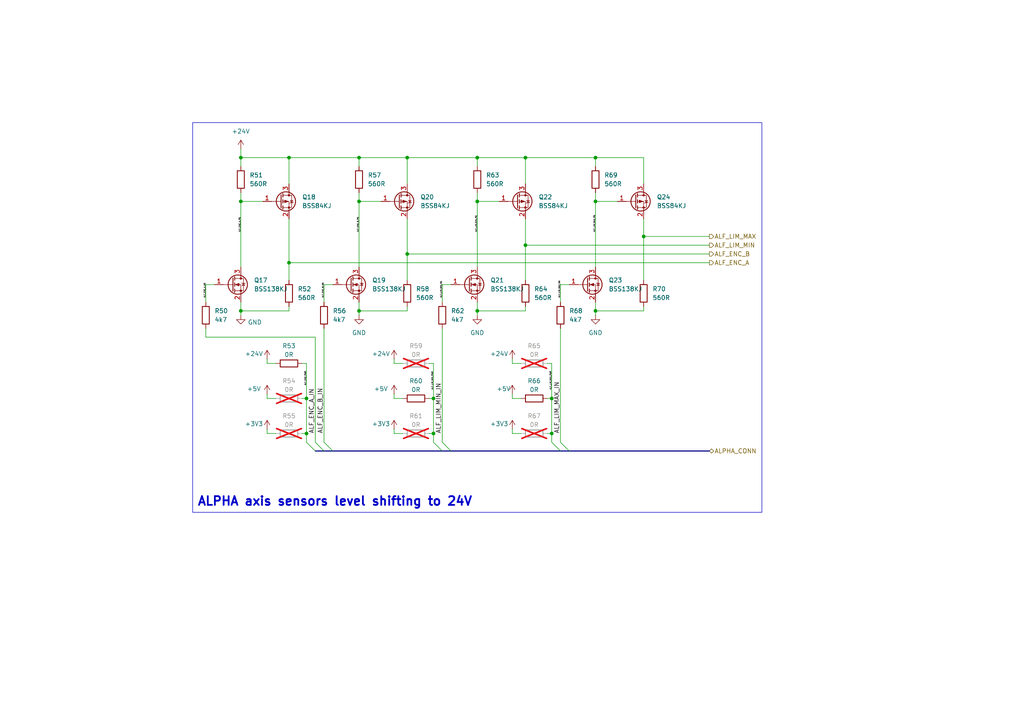
<source format=kicad_sch>
(kicad_sch (version 20231120) (generator "eeschema") (generator_version "8.0")
  (paper "A4")
  (title_block (title "Karcsi (INDACT Robot Arm) - Aux. Control Board 3") (date "2024-05-04") (rev "1.0") (company "LEGO Kör (legokor.hu)") (comment 1 "Designed by Panka Horváth, Gergely Halász, Máté Kovács") (comment 2 "Reviewed by Máté Kovács, "))
  (lib_symbols
    (symbol "Device:R" (pin_numbers hide) (pin_names (offset 0))
      (property "Reference" "R" (at 2.032 0 90))
      (property "Value" "R" (at 0 0 90))
      (symbol "R_0_1"
        (rectangle (start -1.016 -2.54) (end 1.016 2.54) (stroke (width 0.254)))
      )
      (symbol "R_1_1"
        (pin passive line (at 0 3.81 270) (length 1.27) (name "~") (number "1"))
        (pin passive line (at 0 -3.81 90) (length 1.27) (name "~") (number "2"))
      )
    )
    (symbol "Transistor_FET:BSS138" (pin_names hide)
      (property "Reference" "Q" (at 5.08 1.905 0))
      (property "Value" "BSS138" (at 5.08 0 0))
      (symbol "BSS138_0_1"
        (polyline (pts (xy 0.254 0) (xy -2.54 0)))
        (polyline (pts (xy 0.254 1.905) (xy 0.254 -1.905)) (stroke (width 0.254)))
        (polyline (pts (xy 0.762 -1.27) (xy 0.762 -2.286)) (stroke (width 0.254)))
        (polyline (pts (xy 0.762 0.508) (xy 0.762 -0.508)) (stroke (width 0.254)))
        (polyline (pts (xy 0.762 2.286) (xy 0.762 1.27)) (stroke (width 0.254)))
        (polyline (pts (xy 2.54 2.54) (xy 2.54 1.778)))
        (polyline (pts (xy 2.54 -2.54) (xy 2.54 0) (xy 0.762 0)))
        (polyline (pts (xy 0.762 -1.778) (xy 3.302 -1.778) (xy 3.302 1.778) (xy 0.762 1.778)))
        (polyline (pts (xy 1.016 0) (xy 2.032 0.381) (xy 2.032 -0.381) (xy 1.016 0)) (fill (type outline)))
        (polyline (pts (xy 2.794 0.508) (xy 2.921 0.381) (xy 3.683 0.381) (xy 3.81 0.254)))
        (polyline (pts (xy 3.302 0.381) (xy 2.921 -0.254) (xy 3.683 -0.254) (xy 3.302 0.381)))
        (circle (center 1.651 0) (radius 2.794) (stroke (width 0.254)))
        (circle (center 2.54 -1.778) (radius 0.254) (fill (type outline)))
        (circle (center 2.54 1.778) (radius 0.254) (fill (type outline)))
      )
      (symbol "BSS138_1_1"
        (pin input line (at -5.08 0 0) (length 2.54) (name "G") (number "1"))
        (pin passive line (at 2.54 -5.08 90) (length 2.54) (name "S") (number "2"))
        (pin passive line (at 2.54 5.08 270) (length 2.54) (name "D") (number "3"))
      )
    )
    (symbol "Transistor_FET:BSS84" (pin_names hide)
      (property "Reference" "Q" (at 5.08 1.905 0))
      (property "Value" "BSS84" (at 5.08 0 0))
      (symbol "BSS84_0_1"
        (polyline (pts (xy 0.254 0) (xy -2.54 0)))
        (polyline (pts (xy 0.254 1.905) (xy 0.254 -1.905)) (stroke (width 0.254)))
        (polyline (pts (xy 0.762 -1.27) (xy 0.762 -2.286)) (stroke (width 0.254)))
        (polyline (pts (xy 0.762 0.508) (xy 0.762 -0.508)) (stroke (width 0.254)))
        (polyline (pts (xy 0.762 2.286) (xy 0.762 1.27)) (stroke (width 0.254)))
        (polyline (pts (xy 2.54 2.54) (xy 2.54 1.778)))
        (polyline (pts (xy 2.54 -2.54) (xy 2.54 0) (xy 0.762 0)))
        (polyline (pts (xy 0.762 1.778) (xy 3.302 1.778) (xy 3.302 -1.778) (xy 0.762 -1.778)))
        (polyline (pts (xy 2.286 0) (xy 1.27 0.381) (xy 1.27 -0.381) (xy 2.286 0)) (fill (type outline)))
        (polyline (pts (xy 2.794 -0.508) (xy 2.921 -0.381) (xy 3.683 -0.381) (xy 3.81 -0.254)))
        (polyline (pts (xy 3.302 -0.381) (xy 2.921 0.254) (xy 3.683 0.254) (xy 3.302 -0.381)))
        (circle (center 1.651 0) (radius 2.794) (stroke (width 0.254)))
        (circle (center 2.54 -1.778) (radius 0.254) (fill (type outline)))
        (circle (center 2.54 1.778) (radius 0.254) (fill (type outline)))
      )
      (symbol "BSS84_1_1"
        (pin input line (at -5.08 0 0) (length 2.54) (name "G") (number "1"))
        (pin passive line (at 2.54 -5.08 90) (length 2.54) (name "S") (number "2"))
        (pin passive line (at 2.54 5.08 270) (length 2.54) (name "D") (number "3"))
      )
    )
    (symbol "power:+24V" (power) (pin_numbers hide) (pin_names (offset 0) hide)
      (property "Value" "+24V" (at 0 3.556 0))
      (symbol "+24V_0_1"
        (polyline (pts (xy -0.762 1.27) (xy 0 2.54)))
        (polyline (pts (xy 0 0) (xy 0 2.54)))
        (polyline (pts (xy 0 2.54) (xy 0.762 1.27)))
      )
      (symbol "+24V_1_1"
        (pin power_in line (at 0 0 90) (length 0) (name "~") (number "1"))
      )
    )
    (symbol "power:+3V3" (power) (pin_numbers hide) (pin_names (offset 0) hide)
      (property "Value" "+3V3" (at 0 3.556 0))
      (symbol "+3V3_0_1"
        (polyline (pts (xy -0.762 1.27) (xy 0 2.54)))
        (polyline (pts (xy 0 0) (xy 0 2.54)))
        (polyline (pts (xy 0 2.54) (xy 0.762 1.27)))
      )
      (symbol "+3V3_1_1"
        (pin power_in line (at 0 0 90) (length 0) (name "~") (number "1"))
      )
    )
    (symbol "power:+5V" (power) (pin_numbers hide) (pin_names (offset 0) hide)
      (property "Value" "+5V" (at 0 3.556 0))
      (symbol "+5V_0_1"
        (polyline (pts (xy -0.762 1.27) (xy 0 2.54)))
        (polyline (pts (xy 0 0) (xy 0 2.54)))
        (polyline (pts (xy 0 2.54) (xy 0.762 1.27)))
      )
      (symbol "+5V_1_1"
        (pin power_in line (at 0 0 90) (length 0) (name "~") (number "1"))
      )
    )
    (symbol "power:GND" (power) (pin_numbers hide) (pin_names (offset 0) hide)
      (property "Value" "GND" (at 0 -3.81 0))
      (symbol "GND_0_1"
        (polyline (pts (xy 0 0) (xy 0 -1.27) (xy 1.27 -1.27) (xy 0 -2.54) (xy -1.27 -1.27) (xy 0 -1.27)))
      )
      (symbol "GND_1_1"
        (pin power_in line (at 0 0 270) (length 0) (name "~") (number "1"))
      )
    )
  )
  (junction (at 104.14 58.42))
  (junction (at 125.73 115.57))
  (junction (at 152.4 71.12))
  (junction (at 88.9 115.57))
  (junction (at 160.02 125.73))
  (junction (at 118.11 73.66))
  (junction (at 104.14 45.72))
  (junction (at 172.72 45.72))
  (junction (at 69.85 45.72))
  (junction (at 138.43 58.42))
  (junction (at 88.9 125.73))
  (junction (at 69.85 58.42))
  (junction (at 104.14 90.17))
  (junction (at 83.82 76.2))
  (junction (at 138.43 90.17))
  (junction (at 152.4 45.72))
  (junction (at 69.85 90.17))
  (junction (at 172.72 90.17))
  (junction (at 138.43 45.72))
  (junction (at 83.82 45.72))
  (junction (at 160.02 115.57))
  (junction (at 125.73 125.73))
  (junction (at 172.72 58.42))
  (junction (at 186.69 68.58))
  (junction (at 118.11 45.72))
  (bus_entry (at 128.27 128.27) (size 2.54 2.54))
  (bus_entry (at 88.9 128.27) (size 2.54 2.54))
  (bus_entry (at 160.02 128.27) (size 2.54 2.54))
  (bus_entry (at 162.56 128.27) (size 2.54 2.54))
  (bus_entry (at 125.73 128.27) (size 2.54 2.54))
  (bus_entry (at 93.98 128.27) (size 2.54 2.54))
  (bus_entry (at 91.44 128.27) (size 2.54 2.54))
  (wire (pts (xy 77.47 105.41) (xy 77.47 104.14)))
  (wire (pts (xy 152.4 71.12) (xy 205.74 71.12)))
  (wire (pts (xy 83.82 76.2) (xy 205.74 76.2)))
  (wire (pts (xy 162.56 82.55) (xy 165.1 82.55)))
  (wire (pts (xy 118.11 63.5) (xy 118.11 73.66)))
  (wire (pts (xy 138.43 58.42) (xy 138.43 77.47)))
  (wire (pts (xy 152.4 45.72) (xy 152.4 53.34)))
  (wire (pts (xy 69.85 45.72) (xy 83.82 45.72)))
  (wire (pts (xy 118.11 73.66) (xy 205.74 73.66)))
  (wire (pts (xy 88.9 128.27) (xy 88.9 125.73)))
  (wire (pts (xy 59.69 82.55) (xy 62.23 82.55)))
  (wire (pts (xy 186.69 68.58) (xy 205.74 68.58)))
  (wire (pts (xy 69.85 87.63) (xy 69.85 90.17)))
  (wire (pts (xy 138.43 90.17) (xy 138.43 91.44)))
  (wire (pts (xy 104.14 55.88) (xy 104.14 58.42)))
  (wire (pts (xy 172.72 90.17) (xy 172.72 91.44)))
  (wire (pts (xy 128.27 95.25) (xy 128.27 128.27)))
  (wire (pts (xy 148.59 105.41) (xy 148.59 104.14)))
  (wire (pts (xy 93.98 95.25) (xy 93.98 128.27)))
  (wire (pts (xy 91.44 128.27) (xy 91.44 97.79)))
  (wire (pts (xy 152.4 45.72) (xy 172.72 45.72)))
  (wire (pts (xy 69.85 58.42) (xy 76.2 58.42)))
  (bus (pts (xy 91.44 130.81) (xy 93.98 130.81)))
  (wire (pts (xy 83.82 90.17) (xy 69.85 90.17)))
  (wire (pts (xy 118.11 73.66) (xy 118.11 81.28)))
  (wire (pts (xy 186.69 63.5) (xy 186.69 68.58)))
  (bus (pts (xy 128.27 130.81) (xy 130.81 130.81)))
  (bus (pts (xy 130.81 130.81) (xy 162.56 130.81)))
  (wire (pts (xy 69.85 43.18) (xy 69.85 45.72)))
  (wire (pts (xy 69.85 58.42) (xy 69.85 77.47)))
  (wire (pts (xy 116.84 125.73) (xy 114.3 125.73)))
  (bus (pts (xy 165.1 130.81) (xy 205.74 130.81)))
  (wire (pts (xy 83.82 76.2) (xy 83.82 81.28)))
  (wire (pts (xy 186.69 90.17) (xy 172.72 90.17)))
  (wire (pts (xy 138.43 45.72) (xy 138.43 48.26)))
  (wire (pts (xy 138.43 45.72) (xy 152.4 45.72)))
  (wire (pts (xy 83.82 45.72) (xy 83.82 53.34)))
  (wire (pts (xy 83.82 45.72) (xy 104.14 45.72)))
  (bus (pts (xy 96.52 130.81) (xy 128.27 130.81)))
  (wire (pts (xy 172.72 58.42) (xy 172.72 77.47)))
  (wire (pts (xy 116.84 105.41) (xy 114.3 105.41)))
  (wire (pts (xy 162.56 87.63) (xy 162.56 82.55)))
  (wire (pts (xy 148.59 125.73) (xy 148.59 124.46)))
  (wire (pts (xy 138.43 55.88) (xy 138.43 58.42)))
  (wire (pts (xy 118.11 90.17) (xy 104.14 90.17)))
  (wire (pts (xy 88.9 115.57) (xy 88.9 105.41)))
  (wire (pts (xy 160.02 115.57) (xy 158.75 115.57)))
  (wire (pts (xy 172.72 58.42) (xy 179.07 58.42)))
  (bus (pts (xy 93.98 130.81) (xy 96.52 130.81)))
  (wire (pts (xy 114.3 115.57) (xy 114.3 114.3)))
  (wire (pts (xy 83.82 63.5) (xy 83.82 76.2)))
  (wire (pts (xy 69.85 55.88) (xy 69.85 58.42)))
  (wire (pts (xy 151.13 115.57) (xy 148.59 115.57)))
  (wire (pts (xy 148.59 115.57) (xy 148.59 114.3)))
  (wire (pts (xy 69.85 90.17) (xy 69.85 91.44)))
  (wire (pts (xy 104.14 58.42) (xy 104.14 77.47)))
  (wire (pts (xy 91.44 97.79) (xy 59.69 97.79)))
  (wire (pts (xy 118.11 88.9) (xy 118.11 90.17)))
  (wire (pts (xy 186.69 88.9) (xy 186.69 90.17)))
  (wire (pts (xy 93.98 82.55) (xy 96.52 82.55)))
  (wire (pts (xy 77.47 125.73) (xy 77.47 124.46)))
  (wire (pts (xy 88.9 125.73) (xy 87.63 125.73)))
  (wire (pts (xy 151.13 125.73) (xy 148.59 125.73)))
  (wire (pts (xy 104.14 90.17) (xy 104.14 91.44)))
  (wire (pts (xy 151.13 105.41) (xy 148.59 105.41)))
  (wire (pts (xy 125.73 115.57) (xy 125.73 105.41)))
  (wire (pts (xy 186.69 45.72) (xy 186.69 53.34)))
  (wire (pts (xy 152.4 71.12) (xy 152.4 81.28)))
  (wire (pts (xy 162.56 95.25) (xy 162.56 128.27)))
  (wire (pts (xy 114.3 105.41) (xy 114.3 104.14)))
  (wire (pts (xy 80.01 105.41) (xy 77.47 105.41)))
  (wire (pts (xy 88.9 125.73) (xy 88.9 115.57)))
  (wire (pts (xy 152.4 88.9) (xy 152.4 90.17)))
  (wire (pts (xy 160.02 128.27) (xy 160.02 125.73)))
  (wire (pts (xy 118.11 45.72) (xy 118.11 53.34)))
  (wire (pts (xy 125.73 125.73) (xy 125.73 115.57)))
  (wire (pts (xy 114.3 125.73) (xy 114.3 124.46)))
  (wire (pts (xy 172.72 87.63) (xy 172.72 90.17)))
  (wire (pts (xy 125.73 128.27) (xy 125.73 125.73)))
  (wire (pts (xy 172.72 55.88) (xy 172.72 58.42)))
  (wire (pts (xy 80.01 125.73) (xy 77.47 125.73)))
  (wire (pts (xy 160.02 125.73) (xy 160.02 115.57)))
  (wire (pts (xy 160.02 105.41) (xy 158.75 105.41)))
  (wire (pts (xy 88.9 115.57) (xy 87.63 115.57)))
  (wire (pts (xy 186.69 68.58) (xy 186.69 81.28)))
  (wire (pts (xy 88.9 105.41) (xy 87.63 105.41)))
  (wire (pts (xy 128.27 82.55) (xy 130.81 82.55)))
  (wire (pts (xy 80.01 115.57) (xy 77.47 115.57)))
  (wire (pts (xy 172.72 45.72) (xy 172.72 48.26)))
  (wire (pts (xy 125.73 115.57) (xy 124.46 115.57)))
  (wire (pts (xy 118.11 45.72) (xy 138.43 45.72)))
  (wire (pts (xy 116.84 115.57) (xy 114.3 115.57)))
  (wire (pts (xy 93.98 87.63) (xy 93.98 82.55)))
  (bus (pts (xy 162.56 130.81) (xy 165.1 130.81)))
  (wire (pts (xy 59.69 95.25) (xy 59.69 97.79)))
  (wire (pts (xy 152.4 90.17) (xy 138.43 90.17)))
  (wire (pts (xy 77.47 115.57) (xy 77.47 114.3)))
  (wire (pts (xy 83.82 88.9) (xy 83.82 90.17)))
  (wire (pts (xy 128.27 87.63) (xy 128.27 82.55)))
  (wire (pts (xy 69.85 45.72) (xy 69.85 48.26)))
  (wire (pts (xy 59.69 87.63) (xy 59.69 82.55)))
  (wire (pts (xy 160.02 125.73) (xy 158.75 125.73)))
  (wire (pts (xy 104.14 58.42) (xy 110.49 58.42)))
  (wire (pts (xy 160.02 115.57) (xy 160.02 105.41)))
  (wire (pts (xy 152.4 63.5) (xy 152.4 71.12)))
  (wire (pts (xy 104.14 87.63) (xy 104.14 90.17)))
  (wire (pts (xy 125.73 105.41) (xy 124.46 105.41)))
  (wire (pts (xy 172.72 45.72) (xy 186.69 45.72)))
  (wire (pts (xy 138.43 87.63) (xy 138.43 90.17)))
  (wire (pts (xy 138.43 58.42) (xy 144.78 58.42)))
  (wire (pts (xy 104.14 45.72) (xy 118.11 45.72)))
  (wire (pts (xy 125.73 125.73) (xy 124.46 125.73)))
  (wire (pts (xy 104.14 45.72) (xy 104.14 48.26)))
  (rectangle (start 55.88 35.56) (end 220.98 148.59))
  (text "ALPHA axis sensors level shifting to 24V" (at 57.15 145.542 0) (effects (font (size 2.54 2.54) (bold yes)) (justify left)))
  (label "ALF_LIM_MAX_IN" (at 162.56 125.73 90))
  (label "ALF_ENC_B_IN" (at 93.98 125.73 90))
  (label "ALF_LIM_MAX_PWR" (at 160.02 113.03 90) (effects (font (size 0.4 0.4))))
  (label "ALF_ENC_A_PG" (at 69.85 67.31 90) (effects (font (size 0.4 0.4))))
  (label "ALF_LIM_MIN_PWR" (at 125.73 113.03 90) (effects (font (size 0.4 0.4))))
  (label "ALF_ENC_PWR" (at 88.9 111.76 90) (effects (font (size 0.4 0.4))))
  (label "ALF_LIM_MIN_IN" (at 128.27 125.73 90))
  (label "ALF_ENC_A_NG" (at 59.69 86.36 90) (effects (font (size 0.4 0.4))))
  (label "ALF_ENC_B_PG" (at 104.14 67.31 90) (effects (font (size 0.4 0.4))))
  (label "ALF_LIM_MAX_PG" (at 172.72 67.31 90) (effects (font (size 0.4 0.4))))
  (label "ALF_LIM_MIN_PG" (at 138.43 67.31 90) (effects (font (size 0.4 0.4))))
  (label "ALF_ENC_A_IN" (at 91.44 125.73 90))
  (label "ALF_LIM_MIN_NG" (at 128.27 86.36 90) (effects (font (size 0.4 0.4))))
  (label "ALF_LIM_MAX_NG" (at 162.56 86.36 90) (effects (font (size 0.4 0.4))))
  (label "ALF_ENC_B_NG" (at 93.98 86.36 90) (effects (font (size 0.4 0.4))))
  (hierarchical_label "ALF_LIM_MIN" (shape output) (at 205.74 71.12 0))
  (hierarchical_label "ALF_LIM_MAX" (shape output) (at 205.74 68.58 0))
  (hierarchical_label "ALF_ENC_A" (shape output) (at 205.74 76.2 0))
  (hierarchical_label "ALPHA_CONN" (shape bidirectional) (at 205.74 130.81 0))
  (hierarchical_label "ALF_ENC_B" (shape output) (at 205.74 73.66 0))
  (symbol (lib_id "Device:R") (at 162.56 91.44 0) (unit 1)
    (property "Reference" "R68" (at 165.1 90.1699 0) (effects (justify left)))
    (property "Value" "4k7" (at 165.1 92.7099 0) (effects (justify left)))
    (property "Footprint" "Resistor_SMD:R_0805_2012Metric_Pad1.20x1.40mm_HandSolder" (effects (hide yes)))
    (property "Description" "Resistor" (effects (hide yes)))
    (property "Supplier" "Lomex" (effects (hide yes)))
    (property "Supplier item no" "81-10-95" (effects (hide yes)))
    (property "Sourced" "1" (effects (hide yes)))
  )
  (symbol (lib_id "power:+24V") (at 148.59 104.14 0) (unit 1)
    (property "Reference" "#PWR059" (effects (hide yes)))
    (property "Value" "+24V" (at 144.78 102.616 0))
    (property "Description" "Power symbol creates a global label with name \"+24V\"" (effects (hide yes)))
  )
  (symbol (lib_id "power:+5V") (at 77.47 114.3 0) (unit 1)
    (property "Reference" "#PWR050" (effects (hide yes)))
    (property "Value" "+5V" (at 73.66 112.776 0))
    (property "Description" "Power symbol creates a global label with name \"+5V\"" (effects (hide yes)))
  )
  (symbol (lib_id "Device:R") (at 172.72 52.07 0) (unit 1)
    (property "Reference" "R69" (at 175.26 50.7999 0) (effects (justify left)))
    (property "Value" "560R" (at 175.26 53.3399 0) (effects (justify left)))
    (property "Footprint" "Resistor_SMD:R_0805_2012Metric_Pad1.20x1.40mm_HandSolder" (effects (hide yes)))
    (property "Description" "Resistor" (effects (hide yes)))
    (property "Supplier" "Lomex" (effects (hide yes)))
    (property "Supplier item no" "81-10-84" (effects (hide yes)))
    (property "Sourced" "1" (effects (hide yes)))
  )
  (symbol (lib_id "Device:R") (at 138.43 52.07 0) (unit 1)
    (property "Reference" "R63" (at 140.97 50.7999 0) (effects (justify left)))
    (property "Value" "560R" (at 140.97 53.3399 0) (effects (justify left)))
    (property "Footprint" "Resistor_SMD:R_0805_2012Metric_Pad1.20x1.40mm_HandSolder" (effects (hide yes)))
    (property "Description" "Resistor" (effects (hide yes)))
    (property "Supplier" "Lomex" (effects (hide yes)))
    (property "Supplier item no" "81-10-84" (effects (hide yes)))
    (property "Sourced" "1" (effects (hide yes)))
  )
  (symbol (lib_id "power:+5V") (at 114.3 114.3 0) (unit 1)
    (property "Reference" "#PWR055" (effects (hide yes)))
    (property "Value" "+5V" (at 110.49 112.776 0))
    (property "Description" "Power symbol creates a global label with name \"+5V\"" (effects (hide yes)))
  )
  (symbol (lib_id "power:+3V3") (at 148.59 124.46 0) (unit 1)
    (property "Reference" "#PWR061" (effects (hide yes)))
    (property "Value" "+3V3" (at 144.78 122.936 0))
    (property "Description" "Power symbol creates a global label with name \"+3V3\"" (effects (hide yes)))
  )
  (symbol (lib_id "Device:R") (at 104.14 52.07 0) (unit 1)
    (property "Reference" "R57" (at 106.68 50.7999 0) (effects (justify left)))
    (property "Value" "560R" (at 106.68 53.3399 0) (effects (justify left)))
    (property "Footprint" "Resistor_SMD:R_0805_2012Metric_Pad1.20x1.40mm_HandSolder" (effects (hide yes)))
    (property "Description" "Resistor" (effects (hide yes)))
    (property "Supplier" "Lomex" (effects (hide yes)))
    (property "Supplier item no" "81-10-84" (effects (hide yes)))
    (property "Sourced" "1" (effects (hide yes)))
  )
  (symbol (lib_id "power:GND") (at 69.85 91.44 0) (unit 1)
    (property "Reference" "#PWR048" (effects (hide yes)))
    (property "Value" "GND" (at 73.914 93.472 0))
    (property "Description" "Power symbol creates a global label with name \"GND\" , ground" (effects (hide yes)))
  )
  (symbol (lib_id "power:+3V3") (at 77.47 124.46 0) (unit 1)
    (property "Reference" "#PWR051" (effects (hide yes)))
    (property "Value" "+3V3" (at 73.66 122.936 0))
    (property "Description" "Power symbol creates a global label with name \"+3V3\"" (effects (hide yes)))
  )
  (symbol (lib_id "Transistor_FET:BSS138") (at 67.31 82.55 0) (unit 1)
    (property "Reference" "Q17" (at 73.66 81.2799 0) (effects (justify left)))
    (property "Value" "BSS138KJ" (at 73.66 83.8199 0) (effects (justify left)))
    (property "Footprint" "Package_TO_SOT_SMD:SOT-23" (effects (hide yes)))
    (property "Datasheet" "https://lomex.hu/pdf/yet/(yet)_bss138kj.pdf" (effects (hide yes)))
    (property "Description" "50V Vds, 0.22A Id, N-Channel MOSFET, SOT-23" (effects (hide yes)))
    (property "Supplier" "Lomex" (effects (hide yes)))
    (property "Supplier URL" "https://lomex.hu/hu/webshop/#page,0/search,86-07-11/stype,1" (effects (hide yes)))
    (property "Supplier item no" "86-07-11" (effects (hide yes)))
    (property "Sourced" "1" (effects (hide yes)))
  )
  (symbol (lib_id "Device:R") (at 59.69 91.44 0) (unit 1)
    (property "Reference" "R50" (at 62.23 90.1699 0) (effects (justify left)))
    (property "Value" "4k7" (at 62.23 92.7099 0) (effects (justify left)))
    (property "Footprint" "Resistor_SMD:R_0805_2012Metric_Pad1.20x1.40mm_HandSolder" (effects (hide yes)))
    (property "Description" "Resistor" (effects (hide yes)))
    (property "Supplier" "Lomex" (effects (hide yes)))
    (property "Supplier item no" "81-10-95" (effects (hide yes)))
    (property "Sourced" "1" (effects (hide yes)))
  )
  (symbol (lib_id "Transistor_FET:BSS138") (at 170.18 82.55 0) (unit 1)
    (property "Reference" "Q23" (at 176.53 81.2799 0) (effects (justify left)))
    (property "Value" "BSS138KJ" (at 176.53 83.8199 0) (effects (justify left)))
    (property "Footprint" "Package_TO_SOT_SMD:SOT-23" (effects (hide yes)))
    (property "Datasheet" "https://lomex.hu/pdf/yet/(yet)_bss138kj.pdf" (effects (hide yes)))
    (property "Description" "50V Vds, 0.22A Id, N-Channel MOSFET, SOT-23" (effects (hide yes)))
    (property "Supplier" "Lomex" (effects (hide yes)))
    (property "Supplier URL" "https://lomex.hu/hu/webshop/#page,0/search,86-07-11/stype,1" (effects (hide yes)))
    (property "Supplier item no" "86-07-11" (effects (hide yes)))
    (property "Sourced" "1" (effects (hide yes)))
  )
  (symbol (lib_id "Device:R") (at 120.65 125.73 90) (unit 1) (dnp yes)
    (property "Reference" "R61" (at 120.65 120.65 90))
    (property "Value" "0R" (at 120.65 123.19 90))
    (property "Footprint" "Resistor_SMD:R_0805_2012Metric_Pad1.20x1.40mm_HandSolder" (effects (hide yes)))
    (property "Description" "Resistor" (effects (hide yes)))
    (property "Supplier" "LCSC" (effects (hide yes)))
    (property "Supplier URL" "https://www.lcsc.com/product-detail/Chip-Resistor-Surface-Mount_Viking-Tech-CR-05FL7-0R_C304192.html" (effects (hide yes)))
    (property "Supplier item no" "C304192" (effects (hide yes)))
    (property "Sourced" "0" (effects (hide yes)))
  )
  (symbol (lib_id "power:+24V") (at 114.3 104.14 0) (unit 1)
    (property "Reference" "#PWR054" (effects (hide yes)))
    (property "Value" "+24V" (at 110.49 102.616 0))
    (property "Description" "Power symbol creates a global label with name \"+24V\"" (effects (hide yes)))
  )
  (symbol (lib_id "Device:R") (at 83.82 125.73 90) (unit 1) (dnp yes)
    (property "Reference" "R55" (at 83.82 120.65 90))
    (property "Value" "0R" (at 83.82 123.19 90))
    (property "Footprint" "Resistor_SMD:R_0805_2012Metric_Pad1.20x1.40mm_HandSolder" (effects (hide yes)))
    (property "Description" "Resistor" (effects (hide yes)))
    (property "Supplier" "LCSC" (effects (hide yes)))
    (property "Supplier URL" "https://www.lcsc.com/product-detail/Chip-Resistor-Surface-Mount_Viking-Tech-CR-05FL7-0R_C304192.html" (effects (hide yes)))
    (property "Supplier item no" "C304192" (effects (hide yes)))
    (property "Sourced" "0" (effects (hide yes)))
  )
  (symbol (lib_id "Device:R") (at 118.11 85.09 0) (unit 1)
    (property "Reference" "R58" (at 120.65 83.8199 0) (effects (justify left)))
    (property "Value" "560R" (at 120.65 86.3599 0) (effects (justify left)))
    (property "Footprint" "Resistor_SMD:R_0805_2012Metric_Pad1.20x1.40mm_HandSolder" (effects (hide yes)))
    (property "Description" "Resistor" (effects (hide yes)))
    (property "Supplier" "Lomex" (effects (hide yes)))
    (property "Supplier item no" "81-10-84" (effects (hide yes)))
    (property "Sourced" "1" (effects (hide yes)))
  )
  (symbol (lib_id "Device:R") (at 186.69 85.09 0) (unit 1)
    (property "Reference" "R70" (at 189.23 83.8199 0) (effects (justify left)))
    (property "Value" "560R" (at 189.23 86.3599 0) (effects (justify left)))
    (property "Footprint" "Resistor_SMD:R_0805_2012Metric_Pad1.20x1.40mm_HandSolder" (effects (hide yes)))
    (property "Description" "Resistor" (effects (hide yes)))
    (property "Supplier" "Lomex" (effects (hide yes)))
    (property "Supplier item no" "81-10-84" (effects (hide yes)))
    (property "Sourced" "1" (effects (hide yes)))
  )
  (symbol (lib_id "Device:R") (at 120.65 105.41 90) (unit 1) (dnp yes)
    (property "Reference" "R59" (at 120.65 100.33 90))
    (property "Value" "0R" (at 120.65 102.87 90))
    (property "Footprint" "Resistor_SMD:R_0805_2012Metric_Pad1.20x1.40mm_HandSolder" (effects (hide yes)))
    (property "Description" "Resistor" (effects (hide yes)))
    (property "Supplier" "LCSC" (effects (hide yes)))
    (property "Supplier URL" "https://www.lcsc.com/product-detail/Chip-Resistor-Surface-Mount_Viking-Tech-CR-05FL7-0R_C304192.html" (effects (hide yes)))
    (property "Supplier item no" "C304192" (effects (hide yes)))
    (property "Sourced" "0" (effects (hide yes)))
  )
  (symbol (lib_id "power:+3V3") (at 114.3 124.46 0) (unit 1)
    (property "Reference" "#PWR056" (effects (hide yes)))
    (property "Value" "+3V3" (at 110.49 122.936 0))
    (property "Description" "Power symbol creates a global label with name \"+3V3\"" (effects (hide yes)))
  )
  (symbol (lib_id "Device:R") (at 83.82 105.41 90) (unit 1)
    (property "Reference" "R53" (at 83.82 100.33 90))
    (property "Value" "0R" (at 83.82 102.87 90))
    (property "Footprint" "Resistor_SMD:R_0805_2012Metric_Pad1.20x1.40mm_HandSolder" (effects (hide yes)))
    (property "Description" "Resistor" (effects (hide yes)))
    (property "Supplier" "LCSC" (effects (hide yes)))
    (property "Supplier URL" "https://www.lcsc.com/product-detail/Chip-Resistor-Surface-Mount_Viking-Tech-CR-05FL7-0R_C304192.html" (effects (hide yes)))
    (property "Supplier item no" "C304192" (effects (hide yes)))
    (property "Sourced" "0" (effects (hide yes)))
  )
  (symbol (lib_id "power:+24V") (at 69.85 43.18 0) (unit 1)
    (property "Reference" "#PWR047" (effects (hide yes)))
    (property "Value" "+24V" (at 69.85 38.1 0))
    (property "Description" "Power symbol creates a global label with name \"+24V\"" (effects (hide yes)))
  )
  (symbol (lib_id "Transistor_FET:BSS84") (at 149.86 58.42 0) (unit 1)
    (property "Reference" "Q22" (at 156.21 57.1499 0) (effects (justify left)))
    (property "Value" "BSS84KJ" (at 156.21 59.6899 0) (effects (justify left)))
    (property "Footprint" "Package_TO_SOT_SMD:SOT-23" (effects (hide yes)))
    (property "Datasheet" "https://lomex.hu/pdf/yet/(yet)_bss84kj.pdf" (effects (hide yes)))
    (property "Description" "-0.13A Id, -50V Vds, P-Channel MOSFET, SOT-23" (effects (hide yes)))
    (property "Sourced" "0" (effects (hide yes)))
    (property "Supplier" "Lomex" (effects (hide yes)))
    (property "Supplier URL" "https://lomex.hu/hu/webshop/#page,0/search,86-07-17/stype,1" (effects (hide yes)))
    (property "Supplier item no" "86-07-17" (effects (hide yes)))
  )
  (symbol (lib_id "Device:R") (at 154.94 115.57 90) (unit 1)
    (property "Reference" "R66" (at 154.94 110.49 90))
    (property "Value" "0R" (at 154.94 113.03 90))
    (property "Footprint" "Resistor_SMD:R_0805_2012Metric_Pad1.20x1.40mm_HandSolder" (effects (hide yes)))
    (property "Description" "Resistor" (effects (hide yes)))
    (property "Supplier" "LCSC" (effects (hide yes)))
    (property "Supplier URL" "https://www.lcsc.com/product-detail/Chip-Resistor-Surface-Mount_Viking-Tech-CR-05FL7-0R_C304192.html" (effects (hide yes)))
    (property "Supplier item no" "C304192" (effects (hide yes)))
    (property "Sourced" "0" (effects (hide yes)))
  )
  (symbol (lib_id "Transistor_FET:BSS138") (at 101.6 82.55 0) (unit 1)
    (property "Reference" "Q19" (at 107.95 81.2799 0) (effects (justify left)))
    (property "Value" "BSS138KJ" (at 107.95 83.8199 0) (effects (justify left)))
    (property "Footprint" "Package_TO_SOT_SMD:SOT-23" (effects (hide yes)))
    (property "Datasheet" "https://lomex.hu/pdf/yet/(yet)_bss138kj.pdf" (effects (hide yes)))
    (property "Description" "50V Vds, 0.22A Id, N-Channel MOSFET, SOT-23" (effects (hide yes)))
    (property "Supplier" "Lomex" (effects (hide yes)))
    (property "Supplier URL" "https://lomex.hu/hu/webshop/#page,0/search,86-07-11/stype,1" (effects (hide yes)))
    (property "Supplier item no" "86-07-11" (effects (hide yes)))
    (property "Sourced" "1" (effects (hide yes)))
  )
  (symbol (lib_id "power:GND") (at 104.14 91.44 0) (unit 1)
    (property "Reference" "#PWR053" (effects (hide yes)))
    (property "Value" "GND" (at 104.14 96.52 0))
    (property "Description" "Power symbol creates a global label with name \"GND\" , ground" (effects (hide yes)))
  )
  (symbol (lib_id "Transistor_FET:BSS84") (at 184.15 58.42 0) (unit 1)
    (property "Reference" "Q24" (at 190.5 57.1499 0) (effects (justify left)))
    (property "Value" "BSS84KJ" (at 190.5 59.6899 0) (effects (justify left)))
    (property "Footprint" "Package_TO_SOT_SMD:SOT-23" (effects (hide yes)))
    (property "Datasheet" "https://lomex.hu/pdf/yet/(yet)_bss84kj.pdf" (effects (hide yes)))
    (property "Description" "-0.13A Id, -50V Vds, P-Channel MOSFET, SOT-23" (effects (hide yes)))
    (property "Sourced" "0" (effects (hide yes)))
    (property "Supplier" "Lomex" (effects (hide yes)))
    (property "Supplier URL" "https://lomex.hu/hu/webshop/#page,0/search,86-07-17/stype,1" (effects (hide yes)))
    (property "Supplier item no" "86-07-17" (effects (hide yes)))
  )
  (symbol (lib_id "Transistor_FET:BSS84") (at 81.28 58.42 0) (unit 1)
    (property "Reference" "Q18" (at 87.63 57.1499 0) (effects (justify left)))
    (property "Value" "BSS84KJ" (at 87.63 59.6899 0) (effects (justify left)))
    (property "Footprint" "Package_TO_SOT_SMD:SOT-23" (effects (hide yes)))
    (property "Datasheet" "https://lomex.hu/pdf/yet/(yet)_bss84kj.pdf" (effects (hide yes)))
    (property "Description" "-0.13A Id, -50V Vds, P-Channel MOSFET, SOT-23" (effects (hide yes)))
    (property "Sourced" "0" (effects (hide yes)))
    (property "Supplier" "Lomex" (effects (hide yes)))
    (property "Supplier URL" "https://lomex.hu/hu/webshop/#page,0/search,86-07-17/stype,1" (effects (hide yes)))
    (property "Supplier item no" "86-07-17" (effects (hide yes)))
  )
  (symbol (lib_id "power:GND") (at 138.43 91.44 0) (unit 1)
    (property "Reference" "#PWR058" (effects (hide yes)))
    (property "Value" "GND" (at 138.43 96.52 0))
    (property "Description" "Power symbol creates a global label with name \"GND\" , ground" (effects (hide yes)))
  )
  (symbol (lib_id "Device:R") (at 128.27 91.44 0) (unit 1)
    (property "Reference" "R62" (at 130.81 90.1699 0) (effects (justify left)))
    (property "Value" "4k7" (at 130.81 92.7099 0) (effects (justify left)))
    (property "Footprint" "Resistor_SMD:R_0805_2012Metric_Pad1.20x1.40mm_HandSolder" (effects (hide yes)))
    (property "Description" "Resistor" (effects (hide yes)))
    (property "Supplier" "Lomex" (effects (hide yes)))
    (property "Supplier item no" "81-10-95" (effects (hide yes)))
    (property "Sourced" "1" (effects (hide yes)))
  )
  (symbol (lib_id "Device:R") (at 69.85 52.07 0) (unit 1)
    (property "Reference" "R51" (at 72.39 50.7999 0) (effects (justify left)))
    (property "Value" "560R" (at 72.39 53.3399 0) (effects (justify left)))
    (property "Footprint" "Resistor_SMD:R_0805_2012Metric_Pad1.20x1.40mm_HandSolder" (effects (hide yes)))
    (property "Description" "Resistor" (effects (hide yes)))
    (property "Supplier" "Lomex" (effects (hide yes)))
    (property "Supplier item no" "81-10-84" (effects (hide yes)))
    (property "Sourced" "1" (effects (hide yes)))
  )
  (symbol (lib_id "Device:R") (at 152.4 85.09 0) (unit 1)
    (property "Reference" "R64" (at 154.94 83.8199 0) (effects (justify left)))
    (property "Value" "560R" (at 154.94 86.3599 0) (effects (justify left)))
    (property "Footprint" "Resistor_SMD:R_0805_2012Metric_Pad1.20x1.40mm_HandSolder" (effects (hide yes)))
    (property "Description" "Resistor" (effects (hide yes)))
    (property "Supplier" "Lomex" (effects (hide yes)))
    (property "Supplier item no" "81-10-84" (effects (hide yes)))
    (property "Sourced" "1" (effects (hide yes)))
  )
  (symbol (lib_id "power:GND") (at 172.72 91.44 0) (unit 1)
    (property "Reference" "#PWR063" (effects (hide yes)))
    (property "Value" "GND" (at 172.72 96.52 0))
    (property "Description" "Power symbol creates a global label with name \"GND\" , ground" (effects (hide yes)))
  )
  (symbol (lib_id "power:+5V") (at 148.59 114.3 0) (unit 1)
    (property "Reference" "#PWR060" (effects (hide yes)))
    (property "Value" "+5V" (at 146.05 112.776 0))
    (property "Description" "Power symbol creates a global label with name \"+5V\"" (effects (hide yes)))
  )
  (symbol (lib_id "Transistor_FET:BSS138") (at 135.89 82.55 0) (unit 1)
    (property "Reference" "Q21" (at 142.24 81.2799 0) (effects (justify left)))
    (property "Value" "BSS138KJ" (at 142.24 83.8199 0) (effects (justify left)))
    (property "Footprint" "Package_TO_SOT_SMD:SOT-23" (effects (hide yes)))
    (property "Datasheet" "https://lomex.hu/pdf/yet/(yet)_bss138kj.pdf" (effects (hide yes)))
    (property "Description" "50V Vds, 0.22A Id, N-Channel MOSFET, SOT-23" (effects (hide yes)))
    (property "Supplier" "Lomex" (effects (hide yes)))
    (property "Supplier URL" "https://lomex.hu/hu/webshop/#page,0/search,86-07-11/stype,1" (effects (hide yes)))
    (property "Supplier item no" "86-07-11" (effects (hide yes)))
    (property "Sourced" "1" (effects (hide yes)))
  )
  (symbol (lib_id "Device:R") (at 154.94 125.73 90) (unit 1) (dnp yes)
    (property "Reference" "R67" (at 154.94 120.65 90))
    (property "Value" "0R" (at 154.94 123.19 90))
    (property "Footprint" "Resistor_SMD:R_0805_2012Metric_Pad1.20x1.40mm_HandSolder" (effects (hide yes)))
    (property "Description" "Resistor" (effects (hide yes)))
    (property "Supplier" "LCSC" (effects (hide yes)))
    (property "Supplier URL" "https://www.lcsc.com/product-detail/Chip-Resistor-Surface-Mount_Viking-Tech-CR-05FL7-0R_C304192.html" (effects (hide yes)))
    (property "Supplier item no" "C304192" (effects (hide yes)))
    (property "Sourced" "0" (effects (hide yes)))
  )
  (symbol (lib_id "Device:R") (at 120.65 115.57 90) (unit 1)
    (property "Reference" "R60" (at 120.65 110.49 90))
    (property "Value" "0R" (at 120.65 113.03 90))
    (property "Footprint" "Resistor_SMD:R_0805_2012Metric_Pad1.20x1.40mm_HandSolder" (effects (hide yes)))
    (property "Description" "Resistor" (effects (hide yes)))
    (property "Supplier" "LCSC" (effects (hide yes)))
    (property "Supplier URL" "https://www.lcsc.com/product-detail/Chip-Resistor-Surface-Mount_Viking-Tech-CR-05FL7-0R_C304192.html" (effects (hide yes)))
    (property "Supplier item no" "C304192" (effects (hide yes)))
    (property "Sourced" "0" (effects (hide yes)))
  )
  (symbol (lib_id "power:+24V") (at 77.47 104.14 0) (unit 1)
    (property "Reference" "#PWR049" (effects (hide yes)))
    (property "Value" "+24V" (at 73.66 102.616 0))
    (property "Description" "Power symbol creates a global label with name \"+24V\"" (effects (hide yes)))
  )
  (symbol (lib_id "Device:R") (at 154.94 105.41 90) (unit 1) (dnp yes)
    (property "Reference" "R65" (at 154.94 100.33 90))
    (property "Value" "0R" (at 154.94 102.87 90))
    (property "Footprint" "Resistor_SMD:R_0805_2012Metric_Pad1.20x1.40mm_HandSolder" (effects (hide yes)))
    (property "Description" "Resistor" (effects (hide yes)))
    (property "Supplier" "LCSC" (effects (hide yes)))
    (property "Supplier URL" "https://www.lcsc.com/product-detail/Chip-Resistor-Surface-Mount_Viking-Tech-CR-05FL7-0R_C304192.html" (effects (hide yes)))
    (property "Supplier item no" "C304192" (effects (hide yes)))
    (property "Sourced" "0" (effects (hide yes)))
  )
  (symbol (lib_id "Transistor_FET:BSS84") (at 115.57 58.42 0) (unit 1)
    (property "Reference" "Q20" (at 121.92 57.1499 0) (effects (justify left)))
    (property "Value" "BSS84KJ" (at 121.92 59.6899 0) (effects (justify left)))
    (property "Footprint" "Package_TO_SOT_SMD:SOT-23" (effects (hide yes)))
    (property "Datasheet" "https://lomex.hu/pdf/yet/(yet)_bss84kj.pdf" (effects (hide yes)))
    (property "Description" "-0.13A Id, -50V Vds, P-Channel MOSFET, SOT-23" (effects (hide yes)))
    (property "Sourced" "0" (effects (hide yes)))
    (property "Supplier" "Lomex" (effects (hide yes)))
    (property "Supplier URL" "https://lomex.hu/hu/webshop/#page,0/search,86-07-17/stype,1" (effects (hide yes)))
    (property "Supplier item no" "86-07-17" (effects (hide yes)))
  )
  (symbol (lib_id "Device:R") (at 93.98 91.44 0) (unit 1)
    (property "Reference" "R56" (at 96.52 90.1699 0) (effects (justify left)))
    (property "Value" "4k7" (at 96.52 92.7099 0) (effects (justify left)))
    (property "Footprint" "Resistor_SMD:R_0805_2012Metric_Pad1.20x1.40mm_HandSolder" (effects (hide yes)))
    (property "Description" "Resistor" (effects (hide yes)))
    (property "Supplier" "Lomex" (effects (hide yes)))
    (property "Supplier item no" "81-10-95" (effects (hide yes)))
    (property "Sourced" "1" (effects (hide yes)))
  )
  (symbol (lib_id "Device:R") (at 83.82 115.57 90) (unit 1) (dnp yes)
    (property "Reference" "R54" (at 83.82 110.49 90))
    (property "Value" "0R" (at 83.82 113.03 90))
    (property "Footprint" "Resistor_SMD:R_0805_2012Metric_Pad1.20x1.40mm_HandSolder" (effects (hide yes)))
    (property "Description" "Resistor" (effects (hide yes)))
    (property "Supplier" "LCSC" (effects (hide yes)))
    (property "Supplier URL" "https://www.lcsc.com/product-detail/Chip-Resistor-Surface-Mount_Viking-Tech-CR-05FL7-0R_C304192.html" (effects (hide yes)))
    (property "Supplier item no" "C304192" (effects (hide yes)))
    (property "Sourced" "0" (effects (hide yes)))
  )
  (symbol (lib_id "Device:R") (at 83.82 85.09 0) (unit 1)
    (property "Reference" "R52" (at 86.36 83.8199 0) (effects (justify left)))
    (property "Value" "560R" (at 86.36 86.3599 0) (effects (justify left)))
    (property "Footprint" "Resistor_SMD:R_0805_2012Metric_Pad1.20x1.40mm_HandSolder" (effects (hide yes)))
    (property "Description" "Resistor" (effects (hide yes)))
    (property "Supplier" "Lomex" (effects (hide yes)))
    (property "Supplier item no" "81-10-84" (effects (hide yes)))
    (property "Sourced" "1" (effects (hide yes)))
  )
)
</source>
